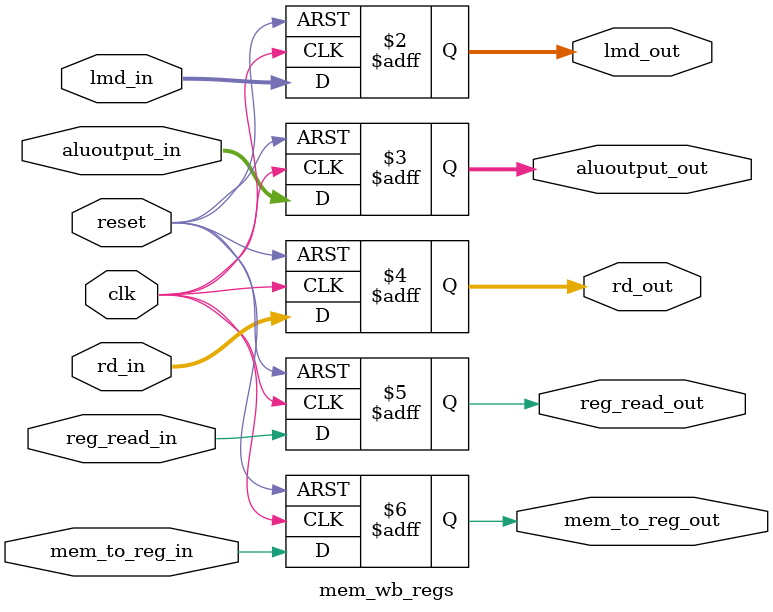
<source format=v>
/*
MEM/WB Pipelibe Registers 
*/


module mem_wb_regs (
	input clk,reset,

        input [31:0] lmd_in,
        input [31:0] aluoutput_in,
        input [4:0] rd_in,

	input reg_read_in,
        input mem_to_reg_in,

        output reg [31:0] lmd_out,
        output reg [31:0] aluoutput_out,
        output reg [4:0] rd_out,


        output reg reg_read_out,
        output reg mem_to_reg_out
);
	always@(posedge clk or posedge reset) begin
		if (reset) begin

        		lmd_out		<= 'd0;
        		aluoutput_out	<= 'd0;
        		rd_out		<= 'd0;

        		reg_read_out	<= 'd0;
        		mem_to_reg_out	<= 'd0;

		end else begin
        		lmd_out		<= lmd_in;
        		aluoutput_out	<= aluoutput_in;
        		rd_out		<= rd_in;

        		reg_read_out	<= reg_read_in;
        		mem_to_reg_out	<= mem_to_reg_in;

		end

	end

endmodule

</source>
